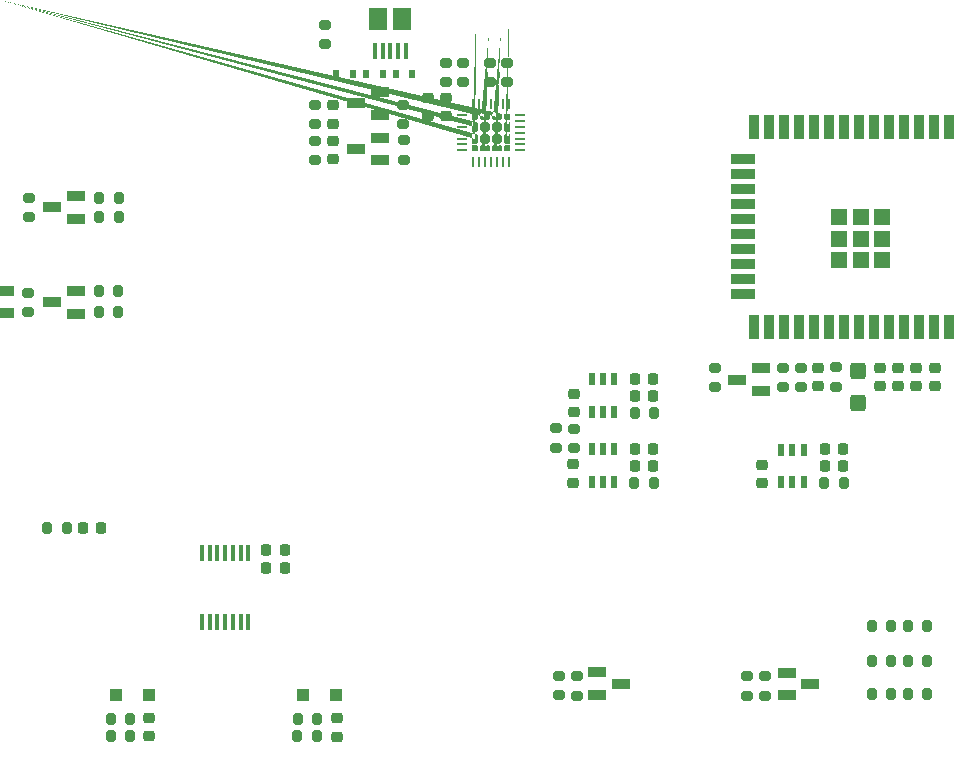
<source format=gbr>
%TF.GenerationSoftware,KiCad,Pcbnew,(6.0.10)*%
%TF.CreationDate,2023-12-08T02:10:06-05:00*%
%TF.ProjectId,Ultrasonic Sound Steering - Remote Rev. A,556c7472-6173-46f6-9e69-6320536f756e,rev?*%
%TF.SameCoordinates,Original*%
%TF.FileFunction,Paste,Bot*%
%TF.FilePolarity,Positive*%
%FSLAX46Y46*%
G04 Gerber Fmt 4.6, Leading zero omitted, Abs format (unit mm)*
G04 Created by KiCad (PCBNEW (6.0.10)) date 2023-12-08 02:10:06*
%MOMM*%
%LPD*%
G01*
G04 APERTURE LIST*
G04 Aperture macros list*
%AMRoundRect*
0 Rectangle with rounded corners*
0 $1 Rounding radius*
0 $2 $3 $4 $5 $6 $7 $8 $9 X,Y pos of 4 corners*
0 Add a 4 corners polygon primitive as box body*
4,1,4,$2,$3,$4,$5,$6,$7,$8,$9,$2,$3,0*
0 Add four circle primitives for the rounded corners*
1,1,$1+$1,$2,$3*
1,1,$1+$1,$4,$5*
1,1,$1+$1,$6,$7*
1,1,$1+$1,$8,$9*
0 Add four rect primitives between the rounded corners*
20,1,$1+$1,$2,$3,$4,$5,0*
20,1,$1+$1,$4,$5,$6,$7,0*
20,1,$1+$1,$6,$7,$8,$9,0*
20,1,$1+$1,$8,$9,$2,$3,0*%
%AMFreePoly0*
4,1,51,0.252459,0.271182,0.254676,0.271776,0.258073,0.270192,0.276402,0.266960,0.290658,0.254997,0.307524,0.247133,0.378144,0.176512,0.381179,0.172177,0.383168,0.171029,0.384451,0.167505,0.395125,0.152260,0.396747,0.133722,0.403112,0.116234,0.403112,-0.186855,0.401159,-0.197929,0.401817,-0.201658,0.399924,-0.204937,0.397971,-0.216011,0.383735,-0.232977,0.372661,-0.252157,
0.365433,-0.254788,0.360489,-0.260680,0.338678,-0.264526,0.317866,-0.272101,-0.317866,-0.272101,-0.328940,-0.270148,-0.332669,-0.270806,-0.335948,-0.268913,-0.347022,-0.266960,-0.363988,-0.252724,-0.383168,-0.241650,-0.385799,-0.234422,-0.391691,-0.229478,-0.395537,-0.207667,-0.403112,-0.186855,-0.403112,0.116234,-0.402193,0.121446,-0.402787,0.123663,-0.401203,0.127060,-0.397971,0.145390,
-0.386008,0.159647,-0.378144,0.176512,-0.307525,0.247132,-0.303189,0.250168,-0.302041,0.252157,-0.298517,0.253440,-0.283273,0.264114,-0.264734,0.265736,-0.247246,0.272101,0.247246,0.272101,0.252459,0.271182,0.252459,0.271182,$1*%
%AMFreePoly1*
4,1,51,0.121446,0.402193,0.123663,0.402787,0.127060,0.401203,0.145390,0.397971,0.159647,0.386008,0.176512,0.378144,0.247132,0.307525,0.250168,0.303189,0.252157,0.302041,0.253440,0.298517,0.264114,0.283273,0.265736,0.264734,0.272101,0.247246,0.272101,-0.247246,0.271182,-0.252459,0.271776,-0.254677,0.270192,-0.258075,0.266960,-0.276402,0.254997,-0.290659,0.247132,-0.307525,
0.176512,-0.378144,0.172177,-0.381179,0.171029,-0.383168,0.167505,-0.384451,0.152260,-0.395125,0.133722,-0.396747,0.116234,-0.403112,-0.186855,-0.403112,-0.197929,-0.401159,-0.201658,-0.401817,-0.204937,-0.399924,-0.216011,-0.397971,-0.232977,-0.383735,-0.252157,-0.372661,-0.254788,-0.365433,-0.260680,-0.360489,-0.264526,-0.338678,-0.272101,-0.317866,-0.272101,0.317866,-0.270148,0.328940,
-0.270806,0.332669,-0.268913,0.335948,-0.266960,0.347022,-0.252724,0.363988,-0.241650,0.383168,-0.234422,0.385799,-0.229478,0.391691,-0.207667,0.395537,-0.186855,0.403112,0.116234,0.403112,0.121446,0.402193,0.121446,0.402193,$1*%
%AMFreePoly2*
4,1,48,0.083774,0.269420,0.092342,0.270777,0.114772,0.259348,0.138717,0.251568,0.143817,0.244549,0.151545,0.240611,0.240611,0.151546,0.244550,0.143816,0.251568,0.138717,0.259348,0.114773,0.270777,0.092342,0.269420,0.083774,0.272101,0.075523,0.272101,-0.164589,0.266839,-0.180784,0.266839,-0.197812,0.256830,-0.211588,0.251568,-0.227783,0.237792,-0.237792,0.227783,-0.251568,
0.211588,-0.256830,0.197812,-0.266839,0.180784,-0.266839,0.164589,-0.272101,-0.164589,-0.272101,-0.180784,-0.266839,-0.197812,-0.266839,-0.211588,-0.256830,-0.227783,-0.251568,-0.237792,-0.237792,-0.251568,-0.227783,-0.256830,-0.211588,-0.266839,-0.197812,-0.266839,-0.180784,-0.272101,-0.164589,-0.272101,0.164589,-0.266839,0.180784,-0.266839,0.197812,-0.256830,0.211588,-0.251568,0.227783,
-0.237792,0.237792,-0.227783,0.251568,-0.211588,0.256830,-0.197812,0.266839,-0.180784,0.266839,-0.164589,0.272101,0.075523,0.272101,0.083774,0.269420,0.083774,0.269420,$1*%
%AMFreePoly3*
4,1,51,0.197929,0.401159,0.201658,0.401817,0.204937,0.399924,0.216011,0.397971,0.232977,0.383735,0.252157,0.372661,0.254788,0.365433,0.260680,0.360489,0.264526,0.338678,0.272101,0.317866,0.272101,-0.317866,0.270148,-0.328940,0.270806,-0.332669,0.268913,-0.335948,0.266960,-0.347022,0.252724,-0.363988,0.241650,-0.383168,0.234422,-0.385799,0.229478,-0.391691,0.207667,-0.395537,
0.186855,-0.403112,-0.116234,-0.403112,-0.121446,-0.402193,-0.123663,-0.402787,-0.127060,-0.401203,-0.145390,-0.397971,-0.159647,-0.386008,-0.176512,-0.378144,-0.247133,-0.307524,-0.250168,-0.303189,-0.252157,-0.302041,-0.253439,-0.298518,-0.264114,-0.283273,-0.265736,-0.264734,-0.272101,-0.247246,-0.272101,0.247246,-0.271182,0.252459,-0.271776,0.254676,-0.270192,0.258073,-0.266960,0.276402,
-0.254997,0.290658,-0.247133,0.307524,-0.176512,0.378144,-0.172177,0.381179,-0.171029,0.383168,-0.167505,0.384451,-0.152260,0.395125,-0.133722,0.396747,-0.116234,0.403112,0.186855,0.403112,0.197929,0.401159,0.197929,0.401159,$1*%
%AMFreePoly4*
4,1,51,0.328940,0.270148,0.332669,0.270806,0.335948,0.268913,0.347022,0.266960,0.363988,0.252724,0.383168,0.241650,0.385799,0.234422,0.391691,0.229478,0.395537,0.207667,0.403112,0.186855,0.403112,-0.116234,0.402193,-0.121446,0.402787,-0.123663,0.401203,-0.127060,0.397971,-0.145390,0.386008,-0.159647,0.378144,-0.176512,0.307524,-0.247133,0.303189,-0.250168,0.302041,-0.252157,
0.298518,-0.253439,0.283273,-0.264114,0.264734,-0.265736,0.247246,-0.272101,-0.247246,-0.272101,-0.252459,-0.271182,-0.254677,-0.271776,-0.258075,-0.270192,-0.276402,-0.266960,-0.290659,-0.254997,-0.307525,-0.247132,-0.378144,-0.176512,-0.381179,-0.172177,-0.383168,-0.171029,-0.384451,-0.167505,-0.395125,-0.152260,-0.396747,-0.133722,-0.403112,-0.116234,-0.403112,0.186855,-0.401159,0.197929,
-0.401817,0.201658,-0.399924,0.204937,-0.397971,0.216011,-0.383735,0.232977,-0.372661,0.252157,-0.365433,0.254788,-0.360489,0.260680,-0.338678,0.264526,-0.317866,0.272101,0.317866,0.272101,0.328940,0.270148,0.328940,0.270148,$1*%
%AMFreePoly5*
4,1,48,0.180784,0.266839,0.197812,0.266839,0.211588,0.256830,0.227783,0.251568,0.237792,0.237792,0.251568,0.227783,0.256830,0.211588,0.266839,0.197812,0.266839,0.180784,0.272101,0.164589,0.272101,-0.164589,0.266839,-0.180784,0.266839,-0.197812,0.256830,-0.211588,0.251568,-0.227783,0.237792,-0.237792,0.227783,-0.251568,0.211588,-0.256830,0.197812,-0.266839,0.180784,-0.266839,
0.164589,-0.272101,-0.075523,-0.272101,-0.083774,-0.269420,-0.092342,-0.270777,-0.114773,-0.259348,-0.138717,-0.251568,-0.143816,-0.244550,-0.151546,-0.240611,-0.240611,-0.151545,-0.244549,-0.143817,-0.251568,-0.138717,-0.259348,-0.114772,-0.270777,-0.092342,-0.269420,-0.083774,-0.272101,-0.075523,-0.272101,0.164589,-0.266839,0.180784,-0.266839,0.197812,-0.256830,0.211588,-0.251568,0.227783,
-0.237792,0.237792,-0.227783,0.251568,-0.211588,0.256830,-0.197812,0.266839,-0.180784,0.266839,-0.164589,0.272101,0.164589,0.272101,0.180784,0.266839,0.180784,0.266839,$1*%
%AMFreePoly6*
4,1,48,0.180784,0.266839,0.197812,0.266839,0.211588,0.256830,0.227783,0.251568,0.237792,0.237792,0.251568,0.227783,0.256830,0.211588,0.266839,0.197812,0.266839,0.180784,0.272101,0.164589,0.272101,-0.075523,0.269420,-0.083774,0.270777,-0.092342,0.259348,-0.114773,0.251568,-0.138717,0.244550,-0.143816,0.240611,-0.151546,0.151545,-0.240611,0.143817,-0.244549,0.138717,-0.251568,
0.114772,-0.259348,0.092342,-0.270777,0.083774,-0.269420,0.075523,-0.272101,-0.164589,-0.272101,-0.180784,-0.266839,-0.197812,-0.266839,-0.211588,-0.256830,-0.227783,-0.251568,-0.237792,-0.237792,-0.251568,-0.227783,-0.256830,-0.211588,-0.266839,-0.197812,-0.266839,-0.180784,-0.272101,-0.164589,-0.272101,0.164589,-0.266839,0.180784,-0.266839,0.197812,-0.256830,0.211588,-0.251568,0.227783,
-0.237792,0.237792,-0.227783,0.251568,-0.211588,0.256830,-0.197812,0.266839,-0.180784,0.266839,-0.164589,0.272101,0.164589,0.272101,0.180784,0.266839,0.180784,0.266839,$1*%
%AMFreePoly7*
4,1,48,0.180784,0.266839,0.197812,0.266839,0.211588,0.256830,0.227783,0.251568,0.237792,0.237792,0.251568,0.227783,0.256830,0.211588,0.266839,0.197812,0.266839,0.180784,0.272101,0.164589,0.272101,-0.164589,0.266839,-0.180784,0.266839,-0.197812,0.256830,-0.211588,0.251568,-0.227783,0.237792,-0.237792,0.227783,-0.251568,0.211588,-0.256830,0.197812,-0.266839,0.180784,-0.266839,
0.164589,-0.272101,-0.164589,-0.272101,-0.180784,-0.266839,-0.197812,-0.266839,-0.211588,-0.256830,-0.227783,-0.251568,-0.237792,-0.237792,-0.251568,-0.227783,-0.256830,-0.211588,-0.266839,-0.197812,-0.266839,-0.180784,-0.272101,-0.164589,-0.272101,0.075523,-0.269420,0.083774,-0.270777,0.092342,-0.259348,0.114772,-0.251568,0.138717,-0.244549,0.143817,-0.240611,0.151545,-0.151546,0.240611,
-0.143816,0.244550,-0.138717,0.251568,-0.114773,0.259348,-0.092342,0.270777,-0.083774,0.269420,-0.075523,0.272101,0.164589,0.272101,0.180784,0.266839,0.180784,0.266839,$1*%
G04 Aperture macros list end*
%ADD10R,0.600000X0.700000*%
%ADD11RoundRect,0.200000X-0.275000X0.200000X-0.275000X-0.200000X0.275000X-0.200000X0.275000X0.200000X0*%
%ADD12RoundRect,0.200000X0.275000X-0.200000X0.275000X0.200000X-0.275000X0.200000X-0.275000X-0.200000X0*%
%ADD13R,1.600200X0.863600*%
%ADD14RoundRect,0.200000X0.200000X0.275000X-0.200000X0.275000X-0.200000X-0.275000X0.200000X-0.275000X0*%
%ADD15RoundRect,0.225000X-0.250000X0.225000X-0.250000X-0.225000X0.250000X-0.225000X0.250000X0.225000X0*%
%ADD16RoundRect,0.200000X-0.200000X-0.275000X0.200000X-0.275000X0.200000X0.275000X-0.200000X0.275000X0*%
%ADD17R,0.355600X1.473200*%
%ADD18R,0.558800X0.977900*%
%ADD19RoundRect,0.250000X-0.425000X0.450000X-0.425000X-0.450000X0.425000X-0.450000X0.425000X0.450000X0*%
%ADD20R,1.100000X1.100000*%
%ADD21R,0.400000X1.350000*%
%ADD22R,1.500000X1.900000*%
%ADD23RoundRect,0.225000X0.250000X-0.225000X0.250000X0.225000X-0.250000X0.225000X-0.250000X-0.225000X0*%
%ADD24R,0.900000X2.000000*%
%ADD25R,2.000000X0.900000*%
%ADD26R,1.330000X1.330000*%
%ADD27RoundRect,0.225000X-0.225000X-0.250000X0.225000X-0.250000X0.225000X0.250000X-0.225000X0.250000X0*%
%ADD28FreePoly0,0.000000*%
%ADD29FreePoly1,0.000000*%
%ADD30RoundRect,0.201557X-0.201556X-0.201556X0.201556X-0.201556X0.201556X0.201556X-0.201556X0.201556X0*%
%ADD31FreePoly2,0.000000*%
%ADD32FreePoly3,0.000000*%
%ADD33FreePoly4,0.000000*%
%ADD34FreePoly5,0.000000*%
%ADD35FreePoly6,0.000000*%
%ADD36FreePoly7,0.000000*%
%ADD37RoundRect,0.062500X-0.337500X-0.062500X0.337500X-0.062500X0.337500X0.062500X-0.337500X0.062500X0*%
%ADD38RoundRect,0.062500X-0.062500X-0.337500X0.062500X-0.337500X0.062500X0.337500X-0.062500X0.337500X0*%
%ADD39RoundRect,0.225000X0.225000X0.250000X-0.225000X0.250000X-0.225000X-0.250000X0.225000X-0.250000X0*%
G04 APERTURE END LIST*
D10*
%TO.C,D11*%
X143420000Y-49550000D03*
X144820000Y-49550000D03*
%TD*%
D11*
%TO.C,R11*%
X161254500Y-100515000D03*
X161254500Y-102165000D03*
%TD*%
D12*
%TO.C,R35*%
X151605000Y-50225000D03*
X151605000Y-48575000D03*
%TD*%
D13*
%TO.C,Q4*%
X118886000Y-59874999D03*
X118886000Y-61775001D03*
X116875000Y-60825000D03*
%TD*%
D14*
%TO.C,R1*%
X118100000Y-88000000D03*
X116450000Y-88000000D03*
%TD*%
D15*
%TO.C,C35*%
X140620000Y-55215000D03*
X140620000Y-56765000D03*
%TD*%
D13*
%TO.C,Q3*%
X179025000Y-102125002D03*
X179025000Y-100225000D03*
X181036000Y-101175001D03*
%TD*%
D14*
%TO.C,R33*%
X123440000Y-105605000D03*
X121790000Y-105605000D03*
%TD*%
D16*
%TO.C,R36*%
X121790000Y-104130000D03*
X123440000Y-104130000D03*
%TD*%
D17*
%TO.C,U5*%
X133455800Y-95921000D03*
X132795400Y-95921000D03*
X132160400Y-95921000D03*
X131500000Y-95921000D03*
X130839600Y-95921000D03*
X130204600Y-95921000D03*
X129544200Y-95921000D03*
X129544200Y-90079000D03*
X130204600Y-90079000D03*
X130839600Y-90079000D03*
X131500000Y-90079000D03*
X132160400Y-90079000D03*
X132795400Y-90079000D03*
X133455800Y-90079000D03*
%TD*%
D12*
%TO.C,R27*%
X139910000Y-47015000D03*
X139910000Y-45365000D03*
%TD*%
D13*
%TO.C,Q8*%
X112820500Y-67875000D03*
X112820500Y-69775002D03*
X110809500Y-68825001D03*
%TD*%
D11*
%TO.C,R31*%
X177165500Y-100525000D03*
X177165500Y-102175000D03*
%TD*%
D18*
%TO.C,U2*%
X164440000Y-78115250D03*
X163489999Y-78115250D03*
X162539998Y-78115250D03*
X162539998Y-75384750D03*
X163489999Y-75384750D03*
X164440000Y-75384750D03*
%TD*%
D11*
%TO.C,R56*%
X114820500Y-68050000D03*
X114820500Y-69700000D03*
%TD*%
D13*
%TO.C,Q6*%
X144615500Y-54939999D03*
X144615500Y-56840001D03*
X142604500Y-55890000D03*
%TD*%
D12*
%TO.C,R12*%
X159779500Y-102155000D03*
X159779500Y-100505000D03*
%TD*%
D11*
%TO.C,R17*%
X172950000Y-74390000D03*
X172950000Y-76040000D03*
%TD*%
D18*
%TO.C,U4*%
X180470001Y-84065250D03*
X179520000Y-84065250D03*
X178569999Y-84065250D03*
X178569999Y-81334750D03*
X179520000Y-81334750D03*
X180470001Y-81334750D03*
%TD*%
D15*
%TO.C,C6*%
X160999999Y-76630000D03*
X160999999Y-78180000D03*
%TD*%
D13*
%TO.C,Q7*%
X118826000Y-67924999D03*
X118826000Y-69825001D03*
X116815000Y-68875000D03*
%TD*%
D11*
%TO.C,R5*%
X160995001Y-79554999D03*
X160995001Y-81204999D03*
%TD*%
%TO.C,R19*%
X180220000Y-74390000D03*
X180220000Y-76040000D03*
%TD*%
D10*
%TO.C,D9*%
X140920000Y-49550000D03*
X142320000Y-49550000D03*
%TD*%
D19*
%TO.C,C39*%
X185110000Y-74680000D03*
X185110000Y-77380000D03*
%TD*%
D14*
%TO.C,R49*%
X122445500Y-69675000D03*
X120795500Y-69675000D03*
%TD*%
D20*
%TO.C,D13*%
X125012500Y-102130000D03*
X122212500Y-102130000D03*
%TD*%
D12*
%TO.C,R44*%
X146590000Y-53775000D03*
X146590000Y-52125000D03*
%TD*%
D14*
%TO.C,R24*%
X139262500Y-105586250D03*
X137612500Y-105586250D03*
%TD*%
%TO.C,R43*%
X122505500Y-60025000D03*
X120855500Y-60025000D03*
%TD*%
D12*
%TO.C,R45*%
X146600000Y-56815000D03*
X146600000Y-55165000D03*
%TD*%
D11*
%TO.C,R47*%
X139090000Y-52135000D03*
X139090000Y-53785000D03*
%TD*%
D21*
%TO.C,J3*%
X144170000Y-47582500D03*
X144820000Y-47582500D03*
X145470000Y-47582500D03*
X146120000Y-47582500D03*
X146770000Y-47582500D03*
D22*
X144470000Y-44882500D03*
X146470000Y-44882500D03*
%TD*%
D23*
%TO.C,C37*%
X186970000Y-75985000D03*
X186970000Y-74435000D03*
%TD*%
D24*
%TO.C,U7*%
X192810000Y-70990000D03*
X191540000Y-70990000D03*
X190270000Y-70990000D03*
X189000000Y-70990000D03*
X187730000Y-70990000D03*
X186460000Y-70990000D03*
X185190000Y-70990000D03*
X183920000Y-70990000D03*
X182650000Y-70990000D03*
X181380000Y-70990000D03*
X180110000Y-70990000D03*
X178840000Y-70990000D03*
X177570000Y-70990000D03*
X176300000Y-70990000D03*
D25*
X175300000Y-68205000D03*
X175300000Y-66935000D03*
X175300000Y-65665000D03*
X175300000Y-64395000D03*
X175300000Y-63125000D03*
X175300000Y-61855000D03*
X175300000Y-60585000D03*
X175300000Y-59315000D03*
X175300000Y-58045000D03*
X175300000Y-56775000D03*
D24*
X176300000Y-53990000D03*
X177570000Y-53990000D03*
X178840000Y-53990000D03*
X180110000Y-53990000D03*
X181380000Y-53990000D03*
X182650000Y-53990000D03*
X183920000Y-53990000D03*
X185190000Y-53990000D03*
X186460000Y-53990000D03*
X187730000Y-53990000D03*
X189000000Y-53990000D03*
X190270000Y-53990000D03*
X191540000Y-53990000D03*
X192810000Y-53990000D03*
D26*
X187145000Y-65325000D03*
X187145000Y-63490000D03*
X187145000Y-61655000D03*
X185310000Y-65325000D03*
X185310000Y-63490000D03*
X185310000Y-61655000D03*
X183475000Y-65325000D03*
X183475000Y-63490000D03*
X183475000Y-61655000D03*
%TD*%
D14*
%TO.C,R50*%
X122445500Y-67875000D03*
X120795500Y-67875000D03*
%TD*%
%TO.C,R42*%
X122505500Y-61625000D03*
X120855500Y-61625000D03*
%TD*%
D27*
%TO.C,C10*%
X166204999Y-76780000D03*
X167754999Y-76780000D03*
%TD*%
D12*
%TO.C,R26*%
X183250000Y-76035000D03*
X183250000Y-74385000D03*
%TD*%
D27*
%TO.C,C1*%
X119475000Y-88000000D03*
X121025000Y-88000000D03*
%TD*%
D14*
%TO.C,R13*%
X187880000Y-96270000D03*
X186230000Y-96270000D03*
%TD*%
%TO.C,R8*%
X190930000Y-99220000D03*
X189280000Y-99220000D03*
%TD*%
%TO.C,R59*%
X187870000Y-101990000D03*
X186220000Y-101990000D03*
%TD*%
D28*
%TO.C,U6*%
X154490000Y-55837500D03*
D29*
X152652500Y-54000000D03*
D30*
X154490000Y-54000000D03*
D31*
X152652500Y-55837500D03*
D32*
X155327500Y-54000000D03*
D30*
X153490000Y-55000000D03*
D29*
X152652500Y-55000000D03*
D33*
X154490000Y-53162500D03*
D34*
X155327500Y-53162500D03*
D33*
X153490000Y-53162500D03*
D32*
X155327500Y-55000000D03*
D28*
X153490000Y-55837500D03*
D35*
X152652500Y-53162500D03*
D36*
X155327500Y-55837500D03*
D30*
X154490000Y-55000000D03*
X153490000Y-54000000D03*
D37*
X151540000Y-56000000D03*
X151540000Y-55500000D03*
X151540000Y-55000000D03*
X151540000Y-54500000D03*
X151540000Y-54000000D03*
X151540000Y-53500000D03*
X151540000Y-53000000D03*
D38*
X152490000Y-52050000D03*
X152990000Y-52050000D03*
X153490000Y-52050000D03*
X153990000Y-52050000D03*
X154490000Y-52050000D03*
X154990000Y-52050000D03*
X155490000Y-52050000D03*
D37*
X156440000Y-53000000D03*
X156440000Y-53500000D03*
X156440000Y-54000000D03*
X156440000Y-54500000D03*
X156440000Y-55000000D03*
X156440000Y-55500000D03*
X156440000Y-56000000D03*
D38*
X155490000Y-56950000D03*
X154990000Y-56950000D03*
X154490000Y-56950000D03*
X153990000Y-56950000D03*
X153490000Y-56950000D03*
X152990000Y-56950000D03*
X152490000Y-56950000D03*
%TD*%
D27*
%TO.C,C20*%
X182265000Y-81270000D03*
X183815000Y-81270000D03*
%TD*%
D16*
%TO.C,R6*%
X166115000Y-84190000D03*
X167765000Y-84190000D03*
%TD*%
D12*
%TO.C,R37*%
X150155000Y-50225000D03*
X150155000Y-48575000D03*
%TD*%
D27*
%TO.C,C19*%
X182265000Y-82730000D03*
X183815000Y-82730000D03*
%TD*%
D14*
%TO.C,R40*%
X190930000Y-101990000D03*
X189280000Y-101990000D03*
%TD*%
D12*
%TO.C,R46*%
X114850000Y-61675000D03*
X114850000Y-60025000D03*
%TD*%
D15*
%TO.C,C27*%
X140927500Y-104086250D03*
X140927500Y-105636250D03*
%TD*%
D12*
%TO.C,R41*%
X155400000Y-50245000D03*
X155400000Y-48595000D03*
%TD*%
D10*
%TO.C,D10*%
X147320000Y-49550000D03*
X145920000Y-49550000D03*
%TD*%
D13*
%TO.C,Q1*%
X162984500Y-102110001D03*
X162984500Y-100209999D03*
X164995500Y-101160000D03*
%TD*%
D14*
%TO.C,R57*%
X187875000Y-99220000D03*
X186225000Y-99220000D03*
%TD*%
D23*
%TO.C,C26*%
X181710000Y-75985000D03*
X181710000Y-74435000D03*
%TD*%
D16*
%TO.C,R16*%
X182215000Y-84190000D03*
X183865000Y-84190000D03*
%TD*%
D15*
%TO.C,C31*%
X150160000Y-51580000D03*
X150160000Y-53130000D03*
%TD*%
%TO.C,C38*%
X140620000Y-52185000D03*
X140620000Y-53735000D03*
%TD*%
D12*
%TO.C,R18*%
X178740000Y-76040000D03*
X178740000Y-74390000D03*
%TD*%
D27*
%TO.C,C11*%
X166209999Y-75320000D03*
X167759999Y-75320000D03*
%TD*%
D23*
%TO.C,C36*%
X188500000Y-75985000D03*
X188500000Y-74435000D03*
%TD*%
D14*
%TO.C,R58*%
X190931831Y-96270000D03*
X189281831Y-96270000D03*
%TD*%
D18*
%TO.C,U1*%
X164440001Y-84060001D03*
X163490000Y-84060001D03*
X162539999Y-84060001D03*
X162539999Y-81329501D03*
X163490000Y-81329501D03*
X164440001Y-81329501D03*
%TD*%
D15*
%TO.C,C29*%
X148700000Y-51580000D03*
X148700000Y-53130000D03*
%TD*%
D12*
%TO.C,R29*%
X175705500Y-102175000D03*
X175705500Y-100525000D03*
%TD*%
D15*
%TO.C,C32*%
X125090000Y-104080000D03*
X125090000Y-105630000D03*
%TD*%
D12*
%TO.C,R4*%
X159525001Y-81194999D03*
X159525001Y-79544999D03*
%TD*%
D23*
%TO.C,C33*%
X191557500Y-75980000D03*
X191557500Y-74430000D03*
%TD*%
D11*
%TO.C,R48*%
X139090000Y-55180000D03*
X139090000Y-56830000D03*
%TD*%
D16*
%TO.C,R7*%
X166155000Y-78240000D03*
X167805000Y-78240000D03*
%TD*%
D13*
%TO.C,Q2*%
X176836000Y-74464998D03*
X176836000Y-76365000D03*
X174825000Y-75414999D03*
%TD*%
D27*
%TO.C,C9*%
X166165001Y-81270001D03*
X167715001Y-81270001D03*
%TD*%
D13*
%TO.C,Q5*%
X144605500Y-51069999D03*
X144605500Y-52970001D03*
X142594500Y-52020000D03*
%TD*%
D15*
%TO.C,C18*%
X176920000Y-82625000D03*
X176920000Y-84175000D03*
%TD*%
D11*
%TO.C,R39*%
X153940000Y-48590000D03*
X153940000Y-50240000D03*
%TD*%
D23*
%TO.C,C34*%
X190027500Y-75990000D03*
X190027500Y-74440000D03*
%TD*%
D27*
%TO.C,C8*%
X166165001Y-82730001D03*
X167715001Y-82730001D03*
%TD*%
D15*
%TO.C,C3*%
X160970000Y-82589501D03*
X160970000Y-84139501D03*
%TD*%
D16*
%TO.C,R25*%
X137627500Y-104136250D03*
X139277500Y-104136250D03*
%TD*%
D20*
%TO.C,D7*%
X140850000Y-102121250D03*
X138050000Y-102121250D03*
%TD*%
D39*
%TO.C,C21*%
X136535000Y-91330000D03*
X134985000Y-91330000D03*
%TD*%
D27*
%TO.C,C22*%
X134985000Y-89850000D03*
X136535000Y-89850000D03*
%TD*%
M02*

</source>
